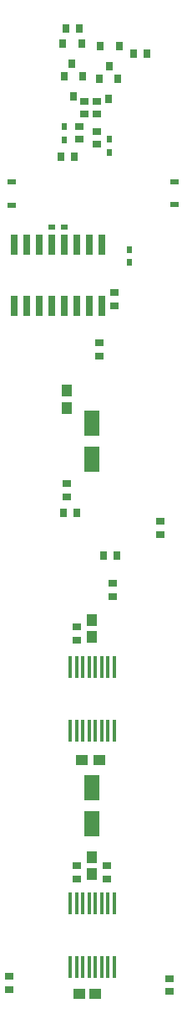
<source format=gtp>
G04 MADE WITH FRITZING*
G04 WWW.FRITZING.ORG*
G04 DOUBLE SIDED*
G04 HOLES PLATED*
G04 CONTOUR ON CENTER OF CONTOUR VECTOR*
%ASAXBY*%
%FSLAX23Y23*%
%MOIN*%
%OFA0B0*%
%SFA1.0B1.0*%
%ADD10R,0.035433X0.027559*%
%ADD11R,0.013780X0.086614*%
%ADD12R,0.062992X0.102362*%
%ADD13R,0.027559X0.035433*%
%ADD14R,0.019685X0.027559*%
%ADD15R,0.027559X0.019685*%
%ADD16R,0.026000X0.080000*%
%ADD17R,0.031496X0.035433*%
%ADD18R,0.032677X0.024803*%
%ADD19R,0.047244X0.043307*%
%ADD20R,0.043307X0.047244*%
%LNPASTEMASK1*%
G90*
G70*
G54D10*
X331Y561D03*
X331Y509D03*
X331Y1511D03*
X331Y1459D03*
G54D11*
X306Y159D03*
X331Y159D03*
X356Y159D03*
X381Y159D03*
X406Y159D03*
X431Y159D03*
X456Y159D03*
X481Y159D03*
X481Y411D03*
X456Y411D03*
X431Y411D03*
X406Y411D03*
X381Y411D03*
X356Y411D03*
X331Y411D03*
X306Y411D03*
G54D12*
X391Y729D03*
X391Y871D03*
X391Y2179D03*
X391Y2321D03*
G54D13*
X289Y3891D03*
X341Y3891D03*
G54D10*
X411Y3551D03*
X411Y3602D03*
G54D14*
X541Y2961D03*
X541Y3012D03*
G54D15*
X282Y3101D03*
X231Y3101D03*
G54D10*
X666Y1931D03*
X666Y1879D03*
G54D16*
X81Y2789D03*
X131Y2789D03*
X181Y2789D03*
X231Y2789D03*
X281Y2789D03*
X331Y2789D03*
X381Y2789D03*
X431Y2789D03*
X431Y3031D03*
X381Y3031D03*
X331Y3031D03*
X281Y3031D03*
X231Y3031D03*
X181Y3031D03*
X131Y3031D03*
X81Y3031D03*
G54D13*
X611Y3791D03*
X559Y3791D03*
G54D17*
X501Y3821D03*
X426Y3821D03*
X463Y3742D03*
X495Y3691D03*
X421Y3691D03*
X458Y3612D03*
G54D10*
X481Y2841D03*
X481Y2789D03*
G54D14*
X461Y3451D03*
X461Y3399D03*
G54D17*
X351Y3831D03*
X276Y3831D03*
X313Y3752D03*
X355Y3701D03*
X281Y3701D03*
X318Y3622D03*
G54D10*
X341Y3451D03*
X341Y3502D03*
X361Y3551D03*
X361Y3602D03*
G54D13*
X321Y3381D03*
X269Y3381D03*
G54D14*
X281Y3501D03*
X281Y3449D03*
G54D10*
X411Y3482D03*
X411Y3431D03*
G54D11*
X306Y1099D03*
X331Y1099D03*
X356Y1099D03*
X381Y1099D03*
X406Y1099D03*
X431Y1099D03*
X456Y1099D03*
X481Y1099D03*
X481Y1351D03*
X456Y1351D03*
X431Y1351D03*
X406Y1351D03*
X381Y1351D03*
X356Y1351D03*
X331Y1351D03*
X306Y1351D03*
G54D10*
X291Y2081D03*
X291Y2029D03*
X421Y2641D03*
X421Y2589D03*
G54D13*
X279Y1966D03*
X331Y1966D03*
X491Y1796D03*
X439Y1796D03*
G54D10*
X451Y561D03*
X451Y509D03*
X701Y61D03*
X701Y112D03*
X61Y69D03*
X61Y121D03*
X476Y1686D03*
X476Y1634D03*
G54D18*
X721Y3281D03*
X721Y3191D03*
X71Y3281D03*
X71Y3190D03*
G54D19*
X407Y51D03*
X341Y51D03*
X421Y981D03*
X354Y981D03*
G54D20*
X291Y2451D03*
X291Y2384D03*
X391Y596D03*
X391Y529D03*
X391Y1538D03*
X391Y1471D03*
G04 End of PasteMask1*
M02*
</source>
